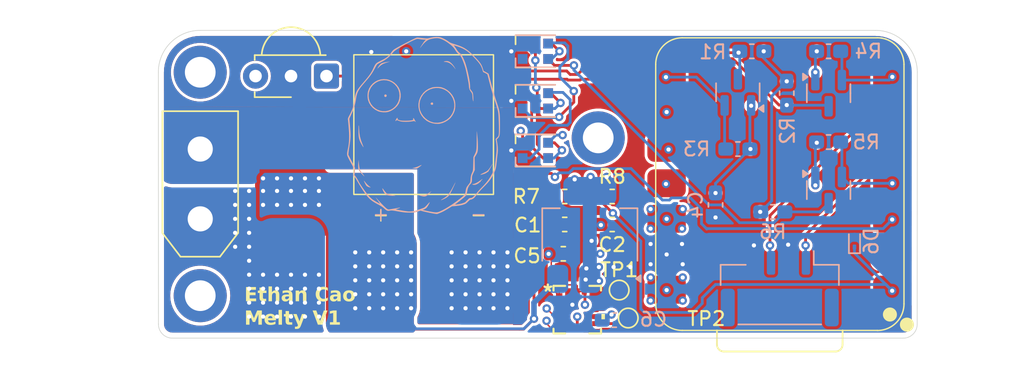
<source format=kicad_pcb>
(kicad_pcb (version 20240108) (generator "pcbnew") (generator_version "8.0")
  (layers (0 "F.Cu" signal) (1 "In1.Cu" power) (2 "In2.Cu" power) (3 "In3.Cu" power) (4 "In4.Cu" power) (31 "B.Cu" signal) (34 "B.Paste" user) (35 "F.Paste" user) (36 "B.SilkS" user "B.Silkscreen") (37 "F.SilkS" user "F.Silkscreen") (38 "B.Mask" user) (39 "F.Mask" user) (44 "Edge.Cuts" user))
  (net 0 "")
  (net 1 "GND")
  (net 2 "+BATT")
  (net 3 "+5V")
  (net 4 "+3V3")
  (net 5 "Net-(D1-DIN)")
  (net 6 "Net-(D1-DOUT)")
  (net 7 "Net-(D2-DOUT)")
  (net 8 "Net-(D3-DOUT)")
  (net 9 "Net-(D4-DOUT)")
  (net 10 "/VSense")
  (net 11 "/ESC2")
  (net 12 "/ESC1")
  (net 13 "/RX")
  (net 14 "Net-(Q1-D)")
  (net 15 "/TX")
  (net 16 "Net-(Q2-D)")
  (net 17 "/LED")
  (net 18 "/SCK")
  (net 19 "/MOSI")
  (net 21 "/IR")
  (net 22 "/MISO")
  (net 23 "/INT2")
  (net 25 "/INT1")
  (net 27 "Net-(J4-Pin_1)")
  (net 28 "Net-(D5-DOUT)")
  (footprint "TestPoint:TestPoint_Pad_D1.0mm" (layer "F.Cu") (at 183 68.1)
    (property "Reference" "TP1")
    (property "Value" "TestPoint")
  )
  (footprint "Library:QFN_31DLTR_STM" (layer "F.Cu") (at 180 69.5)
    (property "Reference" "U2" (hide yes))
    (property "Value" "H3LIS331DLTR")
  )
  (footprint "Capacitor_SMD:C_0603_1608Metric_Pad1.08x0.95mm_HandSolder" (layer "F.Cu") (at 182.5 63.4)
    (property "Reference" "C2")
    (property "Value" "2.2uF")
  )
  (footprint "TestPoint:TestPoint_Pad_D1.0mm" (layer "F.Cu") (at 183.65 70.1)
    (property "Reference" "TP2")
    (property "Value" "TestPoint")
  )
  (footprint "Library:BetaFPV ELRS Lite" (layer "F.Cu") (at 170.25 57 180)
    (property "Reference" "U4" (hide yes))
    (property "Value" "ELRS")
  )
  (footprint "MountingHole:MountingHole_2.2mm_M2_DIN965_Pad" (layer "F.Cu") (at 153 52.5)
    (property "Reference" "REF**" (hide yes))
    (property "Value" "MountingHole_2.2mm_M2_DIN965_Pad")
  )
  (footprint "Library:PowerPADS" (layer "F.Cu") (at 169.5 59.025)
    (property "Reference" "J3" (hide yes))
    (property "Value" "ESC Power")
  )
  (footprint "MountingHole:MountingHole_2.2mm_M2_DIN965_Pad" (layer "F.Cu") (at 181.5 57.2)
    (property "Reference" "REF**" (hide yes))
    (property "Value" "MountingHole_2.2mm_M2_DIN965_Pad")
  )
  (footprint "LED_SMD:LED_WS2812B-2020_PLCC4_2.0x2.0mm" (layer "F.Cu") (at 177 54.55)
    (property "Reference" "D2" (hide yes))
    (property "Value" "WS2812B-2020")
  )
  (footprint "Capacitor_SMD:C_0603_1608Metric_Pad1.08x0.95mm_HandSolder" (layer "F.Cu") (at 179 65.5)
    (property "Reference" "C5")
    (property "Value" "0.1uF")
  )
  (footprint "LED_SMD:LED_WS2812B-2020_PLCC4_2.0x2.0mm" (layer "F.Cu") (at 177 58.1)
    (property "Reference" "D3" (hide yes))
    (property "Value" "WS2812B-2020")
  )
  (footprint "MountingHole:MountingHole_2.2mm_M2_DIN965_Pad" (layer "F.Cu") (at 153 68.5)
    (property "Reference" "REF**" (hide yes))
    (property "Value" "MountingHole_2.2mm_M2_DIN965_Pad")
  )
  (footprint "Capacitor_SMD:C_0603_1608Metric_Pad1.08x0.95mm_HandSolder" (layer "F.Cu") (at 179.1 63.4)
    (property "Reference" "C1")
    (property "Value" "1uF")
  )
  (footprint "OptoDevice:Vishay_MINICAST-3Pin" (layer "F.Cu") (at 162.04 52.775 180)
    (property "Reference" "U5" (hide yes))
    (property "Value" "TSSP58038")
  )
  (footprint "Capacitor_SMD:C_0603_1608Metric_Pad1.08x0.95mm_HandSolder" (layer "F.Cu") (at 182.5 61.4)
    (property "Reference" "R8")
    (property "Value" "10k")
  )
  (footprint "Library:SwitchPads" (layer "F.Cu") (at 154.925 66.95 90)
    (property "Reference" "J5" (hide yes))
    (property "Value" "Switch" (hide yes))
  )
  (footprint "Connector_AMASS:AMASS_XT30UPB-M_1x02_P5.0mm_Vertical" (layer "F.Cu") (at 153 63 90)
    (property "Reference" "J4" (hide yes))
    (property "Value" "Power In")
  )
  (footprint "Capacitor_SMD:C_0603_1608Metric_Pad1.08x0.95mm_HandSolder" (layer "F.Cu") (at 179.1 61.4)
    (property "Reference" "R7")
    (property "Value" "50k")
  )
  (footprint "Library:XIAO-ESP32S3-SMD" (layer "F.Cu") (at 194.5 60.5 180)
    (property "Reference" "U1" (hide yes))
    (property "Value" "XIAO-ESP32-C3-DIP")
  )
  (footprint "LED_SMD:LED_WS2812B-2020_PLCC4_2.0x2.0mm" (layer "F.Cu") (at 177 51)
    (property "Reference" "D1" (hide yes))
    (property "Value" "WS2812B-2020")
  )
  (footprint "Package_TO_SOT_SMD:SOT-23" (layer "B.Cu") (at 198 60.9375 -90)
    (property "Reference" "Q3" (hide yes))
    (property "Value" "BSS138")
  )
  (footprint "Package_TO_SOT_SMD:SOT-23" (layer "B.Cu") (at 198 54 -90)
    (property "Reference" "Q2" (hide yes))
    (property "Value" "BSS138")
  )
  (footprint "Capacitor_SMD:C_0603_1608Metric_Pad1.08x0.95mm_HandSolder" (layer "B.Cu") (at 192.5 51 180)
    (property "Reference" "R1")
    (property "Value" "10k")
  )
  (footprint "Capacitor_SMD:C_0603_1608Metric_Pad1.08x0.95mm_HandSolder" (layer "B.Cu") (at 189.9 62 -90)
    (property "Reference" "C4")
    (property "Value" "10uF")
  )
  (footprint "Capacitor_SMD:C_0603_1608Metric_Pad1.08x0.95mm_HandSolder" (layer "B.Cu") (at 182.65 70.25)
    (property "Reference" "C6")
    (property "Value" "10uF")
  )
  (footprint "Capacitor_SMD:C_0603_1608Metric_Pad1.08x0.95mm_HandSolder" (layer "B.Cu") (at 198 57.5)
    (property "Reference" "R5")
    (property "Value" "10k")
  )
  (footprint "LED_SMD:LED_WS2812B-2020_PLCC4_2.0x2.0mm" (layer "B.Cu") (at 177 54.55)
    (property "Reference" "D5" (hide yes))
    (property "Value" "WS2812B-2020")
  )
  (footprint "Capacitor_SMD:C_0603_1608Metric_Pad1.08x0.95mm_HandSolder" (layer "B.Cu") (at 194 62.5)
    (property "Reference" "R6")
    (property "Value" "10k")
  )
  (footprint "Capacitor_SMD:C_0603_1608Metric_Pad1.08x0.95mm_HandSolder" (layer "B.Cu") (at 191.5 58 180)
    (property "Reference" "R3")
    (property "Value" "10k")
  )
  (footprint "LOGO" (layer "B.Cu") (at 169 56.3 180)
    (property "Reference" "G***" (hide yes))
    (property "Value" "LOGO" (hide yes))
  )
  (footprint "Package_TO_SOT_SMD:SOT-23" (layer "B.Cu") (at 191.5 53.9375 90)
    (property "Reference" "Q1" (hide yes))
    (property "Value" "BSS138")
  )
  (footprint "LED_SMD:LED_WS2812B-2020_PLCC4_2.0x2.0mm" (layer "B.Cu") (at 177 51)
    (property "Reference" "D7" (hide yes))
    (property "Value" "WS2812B-2020")
  )
  (footprint "Package_TO_SOT_SMD:SOT-223-3_TabPin2" (layer "B.Cu") (at 180.9 64.15 90)
    (property "Reference" "U3" (hide yes))
    (property "Value" "TLV76150DCY")
  )
  (footprint "Diode_SMD:D_SOD-923" (layer "B.Cu") (at 199.85 64.6 90)
    (property "Reference" "D6")
    (property "Value" "ESD9B3.3ST5G")
  )
  (footprint "LED_SMD:LED_WS2812B-2020_PLCC4_2.0x2.0mm" (layer "B.Cu") (at 177 58.1)
    (property "Reference" "D4" (hide yes))
    (property "Value" "WS2812B-2020")
  )
  (footprint "Capacitor_SMD:C_0603_1608Metric_Pad1.08x0.95mm_HandSolder" (layer "B.Cu") (at 198 51)
    (property "Reference" "R4")
    (property "Value" "10k")
  )
  (footprint "Connector_JST:JST_GH_SM04B-GHS-TB_1x04-1MP_P1.25mm_Horizontal" (layer "B.Cu") (at 194.5 68 180)
    (property "Reference" "J1" (hide yes))
    (property "Value" "ESC signal")
  )
  (footprint "Capacitor_SMD:C_0603_1608Metric_Pad1.08x0.95mm_HandSolder" (layer "B.Cu") (at 195 54 -90)
    (property "Reference" "R2")
    (property "Value" "10k")
  )
  (footprint "Library:PowerPADS" (layer "B.Cu") (at 169.5 75.075)
    (property "Reference" "J2" (hide yes))
    (property "Value" "ESC Power")
  )
  (gr_arc (start 201.35 49.5) (mid 203.47132 50.37868) (end 204.35 52.5) (stroke (width 0.05)) (layer "Edge.Cuts"))
  (gr_line (start 204.35 52.5) (end 204.342893 70.542893) (stroke (width 0.05)) (layer "Edge.Cuts"))
  (gr_arc (start 151.007107 71.542893) (mid 150.3 71.25) (end 150.007107 70.542893) (stroke (width 0.05)) (layer "Edge.Cuts"))
  (gr_line (start 153 49.5) (end 201.35 49.5) (stroke (width 0.05)) (layer "Edge.Cuts"))
  (gr_arc (start 150 52.5) (mid 150.87868 50.37868) (end 153 49.5) (stroke (width 0.05)) (layer "Edge.Cuts"))
  (gr_line (start 150.007107 70.542893) (end 150 52.5) (stroke (width 0.05)) (layer "Edge.Cuts"))
  (gr_line (start 151.007107 71.542893) (end 203.342893 71.542893) (stroke (width 0.05)) (layer "Edge.Cuts"))
  (gr_arc (start 204.342893 70.542893) (mid 204.05 71.25) (end 203.342893 71.542893) (stroke (width 0.05)) (layer "Edge.Cuts"))
  (gr_text "Ethan Cao\nMelty V1" (at 156.15 70.75 0) (layer "F.SilkS") (effects (font (size 1 1) (thickness 0.2) (bold yes)) (justify left bottom)))
  (segment (start 175.822498 51.55) (end 176.085 51.55) (width 0.2) (layer "F.Cu") (net 1))
  (segment (start 175.82546 58.65) (end 176.085 58.65) (width 0.2) (layer "F.Cu") (net 1))
  (segment (start 175.27546 58.1) (end 175.82546 58.65) (width 0.2) (layer "F.Cu") (net 1))
  (segment (start 175.82546 55.1) (end 176.085 55.1) (width 0.2) (layer "F.Cu") (net 1))
  (segment (start 175.27546 51.002962) (end 175.822498 51.55) (width 0.2) (layer "F.Cu") (net 1))
  (segment (start 175.27546 54.55) (end 175.82546 55.1) (width 0.2) (layer "F.Cu") (net 1))
  (via (at 175 65.4) (size 0.45) (drill 0.3) (layers "F.Cu" "B.Cu") (net 1))
  (via (at 172 69.4) (size 0.45) (drill 0.3) (layers "F.Cu" "B.Cu") (net 1))
  (via (at 173 66.4) (size 0.45) (drill 0.3) (layers "F.Cu" "B.Cu") (net 1))
  (via (at 174 68.4) (size 0.45) (drill 0.3) (layers "F.Cu" "B.Cu") (net 1))
  (via (at 195.1 64.85) (size 0.6) (drill 0.3) (layers "F.Cu" "B.Cu") (net 1))
  (via (at 175.27546 58.1) (size 0.6) (drill 0.3) (layers "F.Cu" "B.Cu") (net 1))
  (via (at 179.65 69.15) (size 0.6) (drill 0.3) (layers "F.Cu" "B.Cu") (net 1))
  (via (at 171 66.4) (size 0.45) (drill 0.3) (layers "F.Cu" "B.Cu") (net 1))
  (via (at 171 68.4) (size 0.45) (drill 0.3) (layers "F.Cu" "B.Cu") (net 1))
  (via (at 183.8 66.45) (size 0.6) (drill 0.3) (layers "F.Cu" "B.Cu") (net 1))
  (via (at 175 69.4) (size 0.45) (drill 0.3) (layers "F.Cu" "B.Cu") (net 1))
  (via (at 172 67.4) (size 0.45) (drill 0.3) (layers "F.Cu" "B.Cu") (net 1))
  (via (at 182.6 66.45) (size 0.6) (drill 0.3) (layers "F.Cu" "B.Cu") (net 1))
  (via (at 174 65.4) (size 0.45) (drill 0.3) (layers "F.Cu" "B.Cu") (net 1))
  (via (at 186.4 65.55) (size 0.6) (drill 0.3) (layers "F.Cu" "B.Cu") (net 1))
  (via (at 173 68.4) (size 0.45) (drill 0.3) (layers "F.Cu" "B.Cu") (net 1))
  (via (at 175.27546 51.002962) (size 0.6) (drill 0.3) (layers "F.Cu" "B.Cu") (net 1))
  (via (at 171 67.4) (size 0.45) (drill 0.3) (layers "F.Cu" "B.Cu") (net 1))
  (via (at 187.55 66.25) (size 0.6) (drill 0.3) (layers "F.Cu" "B.Cu") (net 1))
  (via (at 185.25 64.8) (size 0.6) (drill 0.3) (layers "F.Cu" "B.Cu") (net 1))
  (via (at 189.9 62.9) (size 0.6) (drill 0.3) (layers "F.Cu" "B.Cu") (net 1))
  (via (at 173 67.4) (size 0.45) (drill 0.3) (layers "F.Cu" "B.Cu") (net 1))
  (via (at 173 69.4) (size 0.45) (drill 0.3) (layers "F.Cu" "B.Cu") (net 1))
  (via (at 187.5 64.8) (size 0.6) (drill 0.3) (layers "F.Cu" "B.Cu") (net 1))
  (via (at 174 66.4) (size 0.45) (drill 0.3) (layers "F.Cu" "B.Cu") (net 1))
  (via (at 165.25 51.05) (size 0.6) (drill 0.3) (layers "F.Cu" "B.Cu") (net 1))
  (via (at 185.25 66.25) (size 0.6) (drill 0.3) (layers "F.Cu" "B.Cu") (net 1))
  (via (at 172 66.4) (size 0.45) (drill 0.3) (layers "F.Cu" "B.Cu") (net 1))
  (via (at 174 67.4) (size 0.45) (drill 0.3) (layers "F.Cu" "B.Cu") (net 1))
  (via (at 173 65.4) (size 0.45) (drill 0.3) (layers "F.Cu" "B.Cu") (net 1))
  (via (at 175 67.4) (size 0.45) (drill 0.3) (layers "F.Cu" "B.Cu") (net 1))
  (via (at 175 66.4) (size 0.45) (drill 0.3) (layers "F.Cu" "B.Cu") (net 1))
  (via (at 192.65 64.9) (size 0.6) (drill 0.3) (layers "F.Cu" "B.Cu") (net 1))
  (via (at 171 69.4) (size 0.45) (drill 0.3) (layers "F.Cu" "B.Cu") (net 1))
  (via (at 175.27546 54.55) (size 0.6) (drill 0.3) (layers "F.Cu" "B.Cu") (net 1))
  (via (at 172 68.4) (size 0.45) (drill 0.3) (layers "F.Cu" "B.Cu") (net 1))
  (via (at 172 65.4) (size 0.45) (drill 0.3) (layers "F.Cu" "B.Cu") (net 1))
  (via (at 171 65.4) (size 0.45) (drill 0.3) (layers "F.Cu" "B.Cu") (net 1))
  (via (at 175 68.4) (size 0.45) (drill 0.3) (layers "F.Cu" "B.Cu") (net 1))
  (via (at 174 69.4) (size 0.45) (drill 0.3) (layers "F.Cu" "B.Cu") (net 1))
  (segment (start 175.828422 50.45) (end 176.085 50.45) (width 0.2) (layer "B.Cu") (net 1))
  (segment (start 175.82546 57.55) (end 176.085 57.55) (width 0.2) (layer "B.Cu") (net 1))
  (segment (start 175.82546 54) (end 176.085 54) (width 0.2) (layer "B.Cu") (net 1))
  (segment (start 183.5125 70.25) (end 183.5125 67.6125) (width 0.2) (layer "B.Cu") (net 1))
  (segment (start 175.27546 58.1) (end 175.82546 57.55) (width 0.2) (layer "B.Cu") (net 1))
  (segment (start 183.5125 67.6125) (end 183.2 67.3) (width 0.2) (layer "B.Cu") (net 1))
  (segment (start 175.27546 54.55) (end 175.82546 54) (width 0.2) (layer "B.Cu") (net 1))
  (segment (start 175.27546 51.002962) (end 175.828422 50.45) (width 0.2) (layer "B.Cu") (net 1))
  (segment (start 178.2375 63.4) (end 178.2375 61.4) (width 0.2) (layer "F.Cu") (net 2))
  (segment (start 176.9 64.7375) (end 176.9 70.15) (width 0.2) (layer "F.Cu") (net 2))
  (segment (start 167.4 70.9) (end 166.35 70.9) (width 0.2) (layer "F.Cu") (net 2))
  (segment (start 175.85 70.9) (end 167.4 70.9) (width 0.2) (layer "F.Cu") (net 2))
  (segment (start 176.9 70.15) (end 176.15 70.9) (width 0.2) (layer "F.Cu") (net 2))
  (segment (start 166.35 70.9) (end 166.2 70.75) (width 0.2) (layer "F.Cu") (net 2))
  (segment (start 176.15 70.9) (end 175.85 70.9) (width 0.2) (layer "F.Cu") (net 2))
  (segment (start 178.2375 63.4) (end 176.9 64.7375) (width 0.2) (layer "F.Cu") (net 2))
  (via (at 166.1 68.4) (size 0.45) (drill 0.3) (layers "F.Cu" "B.Cu") (net 2))
  (via (at 166.1 66.4) (size 0.45) (drill 0.3) (layers "F.Cu" "B.Cu") (net 2))
  (via (at 168.1 67.4) (size 0.45) (drill 0.3) (layers "F.Cu" "B.Cu") (net 2))
  (via (at 168.1 66.4) (size 0.45) (drill 0.3) (layers "F.Cu" "B.Cu") (net 2))
  (via (at 168.1 69.4) (size 0.45) (drill 0.3) (layers "F.Cu" "B.Cu") (net 2))
  (via (at 160.5 62) (size 0.45) (drill 0.3) (layers "F.Cu" "B.Cu") (net 2))
  (via (at 161.5 60.1) (size 0.45) (drill 0.3) (layers "F.Cu" "B.Cu") (net 2))
  (via (at 161.5 62) (size 0.45) (drill 0.3) (layers "F.Cu" "B.Cu") (net 2))
  (via (at 165.1 67.4) (size 0.45) (drill 0.3) (layers "F.Cu" "B.Cu") (net 2))
  (via (at 168.1 65.4) (size 0.45) (drill 0.3) (layers "F.Cu" "B.Cu") (net 2))
  (via (at 160.5 60.1) (size 0.45) (drill 0.3) (layers "F.Cu" "B.Cu") (net 2))
  (via (at 159.5 60.1) (size 0.45) (drill 0.3) (layers "F.Cu" "B.Cu") (net 2))
  (via (at 164.1 66.4) (size 0.45) (drill 0.3) (layers "F.Cu" "B.Cu") (net 2))
  (via (at 165.1 68.4) (size 0.45) (drill 0.3) (layers "F.Cu" "B.Cu") (net 2))
  (via (at 157.5 61) (size 0.45) (drill 0.3) (layers "F.Cu" "B.Cu") (net 2))
  (via (at 160.5 61) (size 0.45) (drill 0.3) (layers "F.Cu" "B.Cu") (net 2))
  (via (at 166.1 69.4) (size 0.45) (drill 0.3) (layers "F.Cu" "B.Cu") (net 2))
  (via (at 157.5 60.1) (size 0.45) (drill 0.3) (layers "F.Cu" "B.Cu") (net 2))
  (via (at 167.1 68.4) (size 0.45) (drill 0.3) (layers "F.Cu" "B.Cu") (net 2))
  (via (at 157.5 62) (size 0.45) (drill 0.3) (layers "F.Cu" "B.Cu") (net 2))
  (via (at 165.1 69.4) (size 0.45) (drill 0.3) (layers "F.Cu" "B.Cu") (net 2))
  (via (at 167.1 65.4) (size 0.45) (drill 0.3) (layers "F.Cu" "B.Cu") (net 2))
  (via (at 168.1 68.4) (size 0.45) (drill 0.3) (layers "F.Cu" "B.Cu") (net 2))
  (via (at 166.1 65.4) (size 0.45) (drill 0.3) (layers "F.Cu" "B.Cu") (net 2))
  (via (at 159.5 62) (size 0.45) (drill 0.3) (layers "F.Cu" "B.Cu") (net 2))
  (via (at 167.1 67.4) (size 0.45) (drill 0.3) (layers "F.Cu" "B.Cu") (net 2))
  (via (at 164.1 65.4) (size 0.45) (drill 0.3) (layers "F.Cu" "B.Cu") (net 2))
  (via (at 166.1 67.4) (size 0.45) (drill 0.3) (layers "F.Cu" "B.Cu") (net 2))
  (via (at 164.1 67.4) (size 0.45) (drill 0.3) (layers "F.Cu" "B.Cu") (net 2))
  (via (at 176.9 70.15) (size 0.6) (drill 0.3) (layers "F.Cu" "B.Cu") (net 2))
  (via (at 165.1 66.4) (size 0.45) (drill 0.3) (layers "F.Cu" "B.Cu") (net 2))
  (via (at 158.5 62) (size 0.45) (drill 0.3) (layers "F.Cu" "B.Cu") (net 2))
  (via (at 164.1 69.4) (size 0.45) (drill 0.3) (layers "F.Cu" "B.Cu") (net 2))
  (via (at 158.5 61) (size 0.45) (drill 0.3) (layers "F.Cu" "B.Cu") (net 2))
  (via (at 159.5 61) (size 0.45) (drill 0.3) (layers "F.Cu" "B.Cu") (net 2))
  (via (at 165.1 65.4) (size 0.45) (drill 0.3) (layers "F.Cu" "B.Cu") (net 2))
  (via (at 158.5 60.1) (size 0.45) (drill 0.3) (layers "F.Cu" "B.Cu") (net 2))
  (via (at 167.1 69.4) (size 0.45) (drill 0.3) (layers "F.Cu" "B.Cu") (net 2))
  (via (at 164.1 68.4) (size 0.45) (drill 0.3) (layers "F.Cu" "B.Cu") (net 2))
  (via (at 161.5 61) (size 0.45) (drill 0.3) (layers "F.Cu" "B.Cu") (net 2))
  (via (at 167.1 66.4) (size 0.45) (drill 0.3) (layers "F.Cu" "B.Cu") (net 2))
  (segment (start 176.9 69) (end 176.9 70.15) (width 0.4) (layer "B.Cu") (net 2))
  (segment (start 176.9 70.15) (end 176.175 70.875) (width 0.2) (layer "B.Cu") (net 2))
  (segment (start 166.175 70.875) (end 166 70.7) (width 0.2) (layer "B.Cu") (net 2))
  (segment (start 176.175 70.875) (end 166.175 70.875) (width 0.2) (layer "B.Cu") (net 2))
  (segment (start 178.6 67.3) (end 176.9 69) (width 0.4) (layer "B.Cu") (net 2))
  (segment (start 178.1 54) (end 177.915 54) (width 0.2) (layer "F.Cu") (net 3))
  (segment (start 178.363806 57.55) (end 178.9 58.086194) (width 0.2) (layer "F.Cu") (net 3))
  (segment (start 178.72454 50.997038) (end 178.177502 50.45) (width 0.2) (layer "F.Cu") (net 3))
  (segment (start 178.177502 50.45) (end 177.915 50.45) (width 0.2) (layer "F.Cu") (net 3))
  (segment (start 178.8 54.7) (end 178.1 54) (width 0.2) (layer "F.Cu") (net 3))
  (segment (start 177.915 57.55) (end 178.363806 57.55) (width 0.2) (layer "F.Cu") (net 3))
  (via (at 181.55 67.45) (size 0.6) (drill 0.3) (layers "F.Cu" "B.Cu") (net 3))
  (via (at 181.65 65.5) (size 0.6) (drill 0.3) (layers "F.Cu" "B.Cu") (net 3))
  (via (at 181.55 66.45) (size 0.6) (drill 0.3) (layers "F.Cu" "B.Cu") (net 3))
  (via (at 167.75 51) (size 0.6) (drill 0.3) (layers "F.Cu" "B.Cu") (net 3))
  (via (at 180.95 60) (size 0.6) (drill 0.3) (layers "F.Cu" "B.Cu") (net 3))
  (via (at 182.1 60) (size 0.6) (drill 0.3) (layers "F.Cu" "B.Cu") (net 3))
  (via (at 193.1 62.5) (size 0.6) (drill 0.3) (layers "F.Cu" "B.Cu") (net 3))
  (via (at 180.6 67.35) (size 0.6) (drill 0.3) (layers "F.Cu" "B.Cu") (net 3))
  (via (at 195 53.15) (size 0.6) (drill 0.3) (layers "F.Cu" "B.Cu") (net 3))
  (via (at 187.55 67.2) (size 0.6) (drill 0.3) (layers "F.Cu" "B.Cu") (net 3))
  (via (at 178.9 58.086194) (size 0.6) (drill 0.3) (layers "F.Cu" "B.Cu") (net 3))
  (via (at 185.25 68.85) (size 0.6) (drill 0.3) (layers "F.Cu" "B.Cu") (net 3))
  (via (at 185.25 67.2) (size 0.6) (drill 0.3) (layers "F.Cu" "B.Cu") (net 3))
  (via (at 178.72454 50.997038) (size 0.6) (drill 0.3) (layers "F.Cu" "B.Cu") (net 3))
  (via (at 193.35 51) (size 0.6) (drill 0.3) (layers "F.Cu" "B.Cu") (net 3))
  (via (at 181.025 64.575) (size 0.6) (drill 0.3) (layers "F.Cu" "B.Cu") (net 3))
  (via (at 178.8 54.7) (size 0.6) (drill 0.3) (layers "F.Cu" "B.Cu") (net 3))
  (via (at 180.65 66.55) (size 0.6) (drill 0.3) (layers "F.Cu" "B.Cu") (net 3))
  (via (at 179.812932 60.17167) (size 0.6) (drill 0.3) (layers "F.Cu" "B.Cu") (net 3))
  (via (at 181.692463 63.442463) (size 0.6) (drill 0.3) (layers "F.Cu" "B.Cu") (net 3))
  (via (at 186.4 68.1) (size 0.6) (drill 0.3) (layers "F.Cu" "B.Cu") (net 3))
  (via (at 187.55 68.85) (size 0.6) (drill 0.3) (layers "F.Cu" "B.Cu") (net 3))
  (segment (start 193.921814 54.215686) (end 194.9875 53.15) (width 0.2) (layer "B.Cu") (net 3))
  (segment (start 178.4 55.1) (end 177.915 55.1) (width 0.2) (layer "B.Cu") (net 3))
  (segment (start 178.8 54.7) (end 178.4 55.1) (width 0.2) (layer "B.Cu") (net 3))
  (segment (start 195 53.1375) (end 193.3625 51.5) (width 0.2) (layer "B.Cu") (net 3))
  (segment (start 178.336194 58.65) (end 178.9 58.086194) (width 0.2) (layer "B.Cu") (net 3))
  (segment (start 193.3625 51.5) (end 193.35 51) (width 0.2) (layer "B.Cu") (net 3))
  (segment (start 193.1 62.5375) (end 193.921814 61.715686) (width 0.2) (layer "B.Cu") (net 3))
  (segment (start 193.921814 61.715686) (end 193.921814 54.215686) (width 0.2) (layer "B.Cu") (net 3))
  (segment (start 193.1 62.5) (end 193.1 62.5375) (width 0.2) (layer "B.Cu") (net 3))
  (segment (start 181.025 64.575) (end 180.9 64.45) (width 0.4) (layer "B.Cu") (net 3))
  (segment (start 180.9 64.45) (end 180.9 61) (width 1) (layer "B.Cu") (net 3))
  (segment (start 193.35 51) (end 193.3625 51) (width 0.2) (layer "B.Cu") (net 3))
  (segment (start 178.171578 51.55) (end 177.915 51.55) (width 0.2) (layer "B.Cu") (net 3))
  (segment (start 178.72454 50.997038) (end 178.171578 51.55) (width 0.2) (layer "B.Cu") (net 3))
  (segment (start 193.1375 62.5) (end 193.1375 62.5) (width 0.2) (layer "B.Cu") (net 3))
  (segment (start 177.915 58.65) (end 178.336194 58.65) (width 0.2) (layer "B.Cu") (net 3))
  (segment (start 181.025 64.575) (end 180.9 64.7) (width 0.4) (layer "B.Cu") (net 3))
  (segment (start 195 53.15) (end 195 53.1375) (width 0.2) (layer "B.Cu") (net 3))
  (segment (start 193.1375 62.5) (end 193.1 62.5) (width 0.2) (layer "B.Cu") (net 3))
  (segment (start 195 53.1375) (end 195 53.1375) (width 0.2) (layer "B.Cu") (net 3))
  (segment (start 194.9875 53.15) (end 195 53.15) (width 0.2) (layer "B.Cu") (net 3))
  (segment (start 180.9 64.7) (end 180.9 67.3) (width 1) (layer "B.Cu") (net 3))
  (segment (start 179.072074 67.726) (end 179.65 67.726) (width 0.1) (layer "F.Cu") (net 4))
  (segment (start 178.1375 65.5) (end 178.1375 67.932648) (width 0.1) (layer "F.Cu") (net 4))
  (segment (start 180 67.798326) (end 180 68.2046) (width 0.1) (layer "F.Cu") (net 4))
  (segment (start 178.7046 68.093474) (end 179.072074 67.726) (width 0.1) (layer "F.Cu") (net 4))
  (segment (start 180.55 68.254474) (end 180.500126 68.2046) (width 0.2) (layer "F.Cu") (net 4))
  (segment (start 179.927674 67.726) (end 180 67.798326) (width 0.1) (layer "F.Cu") (net 4))
  (segment (start 180.55 69.15) (end 180.55 68.254474) (width 0.2) (layer "F.Cu") (net 4))
  (segment (start 178.1375 67.932648) (end 178.7046 68.499748) (width 0.1) (layer "F.Cu") (net 4))
  (segment (start 180.500126 68.2046) (end 180 68.2046) (width 0.1) (layer "F.Cu") (net 4))
  (segment (start 180.632778 68.071948) (end 180.500126 68.2046) (width 0.1) (layer "F.Cu") (net 4))
  (segment (start 179.65 67.726) (end 179.927674 67.726) (width 0.1) (layer "F.Cu") (net 4))
  (segment (start 178.7046 68.499748) (end 178.7046 68.093474) (width 0.1) (layer "F.Cu") (net 4))
  (via (at 197.05 60.6) (size 0.6) (drill 0.3) (layers "F.Cu" "B.Cu") (net 4))
  (via (at 185.25 62.3) (size 0.6) (drill 0.3) (layers "F.Cu" "B.Cu") (net 4))
  (via (at 192.45 54.9) (size 0.6) (drill 0.3) (layers "F.Cu" "B.Cu") (net 4))
  (via (at 182.453399 69.850252) (size 0.6) (drill 0.3) (layers "F.Cu" "B.Cu") (net 4))
  (via (at 197.15 57.55) (size 0.6) (drill 0.3) (layers "F.Cu" "B.Cu") (net 4))
  (via (at 177.95 65.50962) (size 0.6) (drill 0.3) (layers "F.Cu" "B.Cu") (net 4))
  (via (at 197.15 51) (size 0.6) (drill 0.3) (layers "F.Cu" "B.Cu") (net 4))
  (via (at 180.55 69.15) (size 0.6) (drill 0.3) (layers "F.Cu" "B.Cu") (net 4))
  (via (at 189.9 61.15) (size 0.6) (drill 0.3) (layers "F.Cu" "B.Cu") (net 4))
  (via (at 192.4 58) (size 0.6) (drill 0.3) (layers "F.Cu" "B.Cu") (net 4))
  (via (at 185.25 63.7) (size 0.6) (drill 0.3) (layers "F.Cu" "B.Cu") (net 4))
  (via (at 187.55 62.3) (size 0.6) (drill 0.3) (layers "F.Cu" "B.Cu") (net 4))
  (via (at 186.4 63) (size 0.6) (drill 0.3) (layers "F.Cu" "B.Cu") (net 4))
  (via (at 197.05 52.5) (size 0.6) (drill 0.3) (layers "F.Cu" "B.Cu") (net 4))
  (via (at 187.5 63.7) (size 0.6) (drill 0.3) (layers "F.Cu" "B.Cu") (net 4))
  (segment (start 192.4 58) (end 192.4 57.9625) (width 0.2) (layer "B.Cu") (net 4))
  (segment (start 197.15 57.55) (end 197.15 57.4875) (width 0.2) (layer "B.Cu") (net 4))
  (segment (start 197.05 53.0625) (end 197.05 51.0875) (width 0.2) (layer "B.Cu") (net 4))
  (segment (start 197.0875 57.55) (end 197.15 57.55) (width 0.2) (layer "B.Cu") (net 4))
  (segment (start 192.425 54.9) (end 192.45 54.9) (width 0.2) (layer "B.Cu") (net 4))
  (segment (start 197.05 57.5875) (end 197.0875 57.55) (width 0.2) (layer "B.Cu") (net 4))
  (segment (start 197.15 51) (end 197.15 50.9875) (width 0.2) (layer "B.Cu") (net 4))
  (segment (start 189.9 61.1375) (end 189.9 60.4625) (width 0.2) (layer "B.Cu") (net 4))
  (segment (start 197.15 57.4875) (end 197.1375 57.5) (width 0.2) (layer "B.Cu") (net 4))
  (segment (start 192.4 57.9625) (end 192.3625 58) (width 0.2) (layer "B.Cu") (net 4))
  (segment (start 197.1375 57.5) (end 197.1375 57.4125) (width 0.2) (layer "B.Cu") (net 4))
  (segment (start 197.15 50.9875) (end 197.1375 51) (width 0.2) (layer "B.Cu") (net 4))
  (segment (start 197.05 60) (end 197.05 57.5875) (width 0.2) (layer "B.Cu") (net 4))
  (segment (start 192.45 54.875) (end 192.45 54.875) (width 0.2) (layer "B.Cu") (net 4))
  (segment (start 192.45 54.9) (end 192.45 54.875) (width 0.2) (layer "B.Cu") (net 4))
  (segment (start 197.1375 51) (end 197.15 51) (width 0.2) (layer "B.Cu") (net 4))
  (segment (start 192.3625 58) (end 192.3625 54.9625) (width 0.2) (layer "B.Cu") (net 4))
  (segment (start 197.05 51.0875) (end 197.1375 51) (width 0.2) (layer "B.Cu") (net 4))
  (segment (start 192.3625 54.9625) (end 192.425 54.9) (width 0.2) (layer "B.Cu") (net 4))
  (segment (start 197.1375 57.4125) (end 197.05 57.325) (width 0.2) (layer "B.Cu") (net 4))
  (segment (start 192.3625 58) (end 192.4 58) (width 0.2) (layer "B.Cu") (net 4))
  (segment (start 189.9 60.4625) (end 192.3625 58) (width 0.2) (layer "B.Cu") (net 4))
  (segment (start 177.915 51.55) (end 178.37462 52.00962) (width 0.2) (layer "F.Cu") (net 5))
  (segment (start 178.37462 52.00962) (end 179.75962 52.00962) (width 0.2) (layer "F.Cu") (net 5))
  (via (at 179.75962 52.00962) (size 0.6) (drill 0.3) (layers "F.Cu" "B.Cu") (net 5))
  (segment (start 179.75962 52.34835) (end 179.75962 52.00962) (width 0.2) (layer "B.Cu") (net 5))
  (segment (start 197.375 62.5) (end 194.8625 62.5) (width 0.2) (layer "B.Cu") (net 5))
  (segment (start 191.616722 63.275) (end 190.341722 62) (width 0.2) (layer "B.Cu") (net 5))
  (segment (start 198 61.875) (end 197.375 62.5) (width 0.2) (layer "B.Cu") (net 5))
  (segment (start 189.41127 62) (end 179.75962 52.34835) (width 0.2) (layer "B.Cu") (net 5))
  (segment (start 190.341722 62) (end 189.41127 62) (width 0.2) (layer "B.Cu") (net 5))
  (segment (start 194.0875 63.275) (end 191.616722 63.275) (width 0.2) (layer "B.Cu") (net 5))
  (segment (start 194.8625 62.5) (end 194.0875 63.275) (width 0.2) (layer "B.Cu") (net 5))
  (segment (start 177 51.165) (end 177 51.65) (width 0.2) (layer "F.Cu") (net 6))
  (segment (start 176.285 50.45) (end 177 51.165) (width 0.2) (layer "F.Cu") (net 6))
  (segment (start 177.365 55.1) (end 177.915 55.1) (width 0.2) (layer "F.Cu") (net 6))
  (segment (start 176.085 50.45) (end 176.285 50.45) (width 0.2) (layer "F.Cu") (net 6))
  (segment (start 177.067505 53.6) (end 177.135 53.667495) (width 0.2) (layer "F.Cu") (net 6))
  (segment (start 177.135 53.667495) (end 177.135 54.87) (width 0.2) (layer "F.Cu") (net 6))
  (segment (start 177.135 54.87) (end 177.365 55.1) (width 0.2) (layer "F.Cu") (net 6))
  (via (at 177.067505 53.6) (size 0.6) (drill 0.3) (layers "F.Cu" "B.Cu") (net 6))
  (via (at 177 51.65) (size 0.6) (drill 0.3) (layers "F.Cu" "B.Cu") (net 6))
  (segment (start 177.067505 53.6) (end 177 53.532495) (width 0.2) (layer "B.Cu") (net 6))
  (segment (start 177 53.532495) (end 177 51.65) (width 0.2) (layer "B.Cu") (net 6))
  (segment (start 177.55 58.65) (end 177.915 58.65) (width 0.2) (layer "F.Cu") (net 7))
  (segment (start 176.47 54.185) (end 176.735 54.45) (width 0.2) (layer "F.Cu") (net 7))
  (segment (start 176.735 54.45) (end 176.735 57.835) (width 0.2) (layer "F.Cu") (net 7))
  (segment (start 176.735 57.835) (end 177.55 58.65) (width 0.2) (layer "F.Cu") (net 7))
  (segment (start 176.085 54) (end 176.085 54.185) (width 0.2) (layer "F.Cu") (net 7))
  (segment (start 176.085 54.185) (end 176.47 54.185) (width 0.2) (layer "F.Cu") (net 7))
  (segment (start 176.085 56.834998) (end 175.95 56.699998) (width 0.2) (layer "F.Cu") (net 8))
  (segment (start 176.085 57.55) (end 176.085 56.834998) (width 0.2) (layer "F.Cu") (net 8))
  (via (at 175.95 56.699998) (size 0.6) (drill 0.3) (layers "F.Cu" "B.Cu") (net 8))
  (via (at 178.95 57) (size 0.6) (drill 0.3) (layers "F.Cu" "B.Cu") (net 8))
  (segment (start 178.465 57) (end 177.915 57.55) (width 0.2) (layer "B.Cu") (net 8))
  (segment (start 178.95 57) (end 178.465 57) (width 0.2) (layer "B.Cu") (net 8))
  (segment (start 177.265 57.035) (end 178 56.3) (width 0.2) (layer "B.Cu") (net 9))
  (segment (start 179.494365 56.094365) (end 179.494365 54.465372) (width 0.2) (layer "B.Cu") (net 9))
  (segment (start 179.494365 54.465372) (end 178.973069 53.944076) (width 0.2) (layer "B.Cu") (net 9))
  (segment (start 177.970924 53.944076) (end 177.915 54) (width 0.2) (layer "B.Cu") (net 9))
  (segment (start 178 56.3) (end 179.28873 56.3) (width 0.2) (layer "B.Cu") (net 9))
  (segment (start 179.28873 56.3) (end 179.494365 56.094365) (width 0.2) (layer "B.Cu") (net 9))
  (segment (start 178.973069 53.944076) (end 177.970924 53.944076) (width 0.2) (layer "B.Cu") (net 9))
  (segment (start 176.635 58.65) (end 177.265 58.02) (width 0.2) (layer "B.Cu") (net 9))
  (segment (start 177.265 58.02) (end 177.265 57.035) (width 0.2) (layer "B.Cu") (net 9))
  (segment (start 176.085 58.65) (end 176.635 58.65) (width 0.2) (layer "B.Cu") (net 9))
  (segment (start 202.55 68.084364) (end 202.561364 68.073) (width 0.2) (layer "F.Cu") (net 10))
  (segment (start 181.6375 61.4) (end 179.9625 61.4) (width 0.2) (layer "F.Cu") (net 10))
  (segment (start 181.6375 61.6875) (end 182.55 62.6) (width 0.2) (layer "F.Cu") (net 10))
  (segment (start 181.6375 61.4) (end 181.6375 61.6875) (width 0.2) (layer "F.Cu") (net 10))
  (segment (start 202.55 68.15) (end 202.55 68.084364) (width 0.2) (layer "F.Cu") (net 10))
  (via (at 202.55 68.15) (size 0.6) (drill 0.3) (layers "F.Cu" "B.Cu") (net 10))
  (via (at 182.55 62.6) (size 0.6) (drill 0.3) (layers "F.Cu" "B.Cu") (net 10))
  (segment (start 200.5 66.1) (end 199.85 65.45) (width 0.2) (layer "B.Cu") (net 10))
  (segment (start 199.85 65.45) (end 199.85 65.02) (width 0.2) (layer "B.Cu") (net 10))
  (segment (start 202.55 68.15) (end 200.5 66.1) (width 0.2) (layer "B.Cu") (net 10))
  (segment (start 202.1 67.7) (end 202.55 68.15) (width 0.2) (layer "B.Cu") (net 10))
  (segment (start 184.55 64.6) (end 184.55 69.45) (width 0.2) (layer "B.Cu") (net 10))
  (segment (start 182.55 62.6) (end 184.55 64.6) (width 0.2) (layer "B.Cu") (net 10))
  (segment (start 188.95 68.65) (end 189.9 67.7) (width 0.2) (layer "B.Cu") (net 10))
  (segment (start 189.9 67.7) (end 202.1 67.7) (width 0.2) (layer "B.Cu") (net 10))
  (segment (start 184.8 69.7) (end 188.3 69.7) (width 0.2) (layer "B.Cu") (net 10))
  (segment (start 184.55 69.45) (end 184.8 69.7) (width 0.2) (layer "B.Cu") (net 10))
  (segment (start 188.95 69.05) (end 188.95 68.65) (width 0.2) (layer "B.Cu") (net 10))
  (segment (start 188.3 69.7) (end 188.95 69.05) (width 0.2) (layer "B.Cu") (net 10))
  (segment (start 202.561364 55.373) (end 201.186364 55.373) (width 0.2) (layer "F.Cu") (net 11))
  (segment (start 193.8 62.759364) (end 193.8 64.9) (width 0.2) (layer "F.Cu") (net 11))
  (segment (start 201.186364 55.373) (end 193.8 62.759364) (width 0.2) (layer "F.Cu") (net 11))
  (via (at 193.8 64.9) (size 0.6) (drill 0.3) (layers "F.Cu" "B.Cu") (net 11))
  (segment (start 193.8 66.075) (end 193.875 66.15) (width 0.2) (layer "B.Cu") (net 11))
  (segment (start 193.8 64.9) (end 193.8 66.075) (width 0.2) (layer "B.Cu") (net 11))
  (segment (start 202.561364 57.913) (end 202.561364 57.939358) (width 0.2) (layer "F.Cu") (net 12))
  (segment (start 202.561364 57.939358) (end 196.35 64.150722) (width 0.2) (layer "F.Cu") (net 12))
  (segment (start 196.35 64.150722) (end 196.35 64.9) (width 0.2) (layer "F.Cu") (net 12))
  (via (at 196.35 64.9) (size 0.6) (drill 0.3) (layers "F.Cu" "B.Cu") (net 12))
  (segment (start 196.35 66.125) (end 196.375 66.15) (width 0.2) (layer "B.Cu") (net 12))
  (segment (start 196.35 64.9) (end 196.35 66.125) (width 0.2) (layer "B.Cu") (net 12))
  (via (at 186.35 52.85) (size 0.6) (drill 0.3) (layers "F.Cu" "B.Cu") (net 13))
  (segment (start 188.525 52.85) (end 186.35 52.85) (width 0.2) (layer "B.Cu") (net 13))
  (segment (start 190.55 54.875) (end 188.525 52.85) (width 0.2) (layer "B.Cu") (net 13))
  (segment (start 190.55 57.9125) (end 190.6375 58) (width 0.2) (layer "B.Cu") (net 13))
  (segment (start 190.55 54.875) (end 190.55 57.9125) (width 0.2) (layer "B.Cu") (net 13))
  (segment (start 179.490381 52.65962) (end 180.028859 52.65962) (width 0.2) (layer "F.Cu") (net 14))
  (segment (start 172.75 51) (end 174.15962 52.40962) (width 0.2) (layer "F.Cu") (net 14))
  (segment (start 185.050036 51.1) (end 191.55 51.1) (width 0.2) (layer "F.Cu") (net 14))
  (segment (start 183.871177 52.278859) (end 185.050036 51.1) (width 0.2) (layer "F.Cu") (net 14))
  (segment (start 180.40962 52.278859) (end 183.871177 52.278859) (width 0.2) (layer "F.Cu") (net 14))
  (segment (start 174.15962 52.40962) (end 179.240381 52.40962) (width 0.2) (layer "F.Cu") (net 14))
  (segment (start 180.028859 52.65962) (end 180.40962 52.278859) (width 0.2) (layer "F.Cu") (net 14))
  (segment (start 179.240381 52.40962) (end 179.490381 52.65962) (width 0.2) (layer "F.Cu") (net 14))
  (via (at 191.55 51.1) (size 0.6) (drill 0.3) (layers "F.Cu" "B.Cu") (net 14))
  (segment (start 191.6375 51) (end 191.6375 52.8625) (width 0.2) (layer "B.Cu") (net 14))
  (segment (start 191.6375 52.8625) (end 191.5 53) (width 0.2) (layer "B.Cu") (net 14))
  (via (at 202.561364 52.833) (size 0.6) (drill 0.3) (layers "F.Cu" "B.Cu") (net 15))
  (segment (start 198.95 53.0625) (end 198.95 51.0875) (width 0.2) (layer "B.Cu") (net 15))
  (segment (start 202.331864 53.0625) (end 202.561364 52.833) (width 0.2) (layer "B.Cu") (net 15))
  (segment (start 198.95 53.0625) (end 202.331864 53.0625) (width 0.2) (layer "B.Cu") (net 15))
  (segment (start 198.95 51.0875) (end 198.8625 51) (width 0.2) (layer "B.Cu") (net 15))
  (segment (start 194.45 54.85) (end 195 54.85) (width 0.2) (layer "F.Cu") (net 16))
  (segment (start 180.254165 53) (end 183.715722 53) (width 0.2) (layer "F.Cu") (net 16))
  (segment (start 173.490686 52.375) (end 174.115686 53) (width 0.2) (layer "F.Cu") (net 16))
  (segment (start 191.133 51.533) (end 194.45 54.85) (width 0.2) (layer "F.Cu") (net 16))
  (segment (start 183.715722 53) (end 185.182722 51.533) (width 0.2) (layer "F.Cu") (net 16))
  (segment (start 171.625 52.375) (end 173.490686 52.375) (width 0.2) (layer "F.Cu") (net 16))
  (segment (start 174.115686 53) (end 179.265076 53) (width 0.2) (layer "F.Cu") (net 16))
  (segment (start 170.25 51) (end 171.625 52.375) (width 0.2) (layer "F.Cu") (net 16))
  (segment (start 180.194545 53.05962) (end 180.254165 53) (width 0.2) (layer "F.Cu") (net 16))
  (segment (start 179.265076 53) (end 179.324695 53.05962) (width 0.2) (layer "F.Cu") (net 16))
  (segment (start 185.182722 51.533) (end 191.133 51.533) (width 0.2) (layer "F.Cu") (net 16))
  (segment (start 179.324695 53.05962) (end 180.194545 53.05962) (width 0.2) (layer "F.Cu") (net 16))
  (via (at 195 54.85) (size 0.6) (drill 0.3) (layers "F.Cu" "B.Cu") (net 16))
  (segment (start 195 54.8625) (end 197.925 54.8625) (width 0.2) (layer "B.Cu") (net 16))
  (segment (start 197.925 54.8625) (end 198 54.9375) (width 0.2) (layer "B.Cu") (net 16))
  (via (at 202.561364 60.453) (size 0.6) (drill 0.3) (layers "F.Cu" "B.Cu") (net 17))
  (segment (start 198.95 60) (end 198.95 57.5875) (width 0.2) (layer "B.Cu") (net 17))
  (segment (start 198.95 60) (end 199.403 60.453) (width 0.2) (layer "B.Cu") (net 17))
  (segment (start 199.403 60.453) (end 202.561364 60.453) (width 0.2) (layer "B.Cu") (net 17))
  (segment (start 198.95 57.5875) (end 198.8625 57.5) (width 0.2) (layer "B.Cu") (net 17))
  (segment (start 178.390816 70.000126) (end 177.809311 69.418621) (width 0.1) (layer "F.Cu") (net 18))
  (segment (start 186.396364 55.353636) (end 186.4 55.35) (width 0.2) (layer "F.Cu") (net 18))
  (segment (start 178.7046 70.000126) (end 178.390816 70.000126) (width 0.1) (layer "F.Cu") (net 18))
  (segment (start 186.396364 55.373) (end 186.396364 55.353636) (width 0.2) (layer "F.Cu") (net 18))
  (via (at 177.809311 69.418621) (size 0.6) (drill 0.3) (layers "F.Cu" "B.Cu") (net 18))
  (via (at 186.4 55.35) (size 0.6) (drill 0.3) (layers "F.Cu" "B.Cu") (net 18))
  (segment (start 177.8 70.3) (end 177.8 70.502052) (width 0.1) (layer "F.Cu") (net 19))
  (segment (start 186.396364 60.453636) (end 186.35 60.5) (width 0.2) (layer "F.Cu") (net 19))
  (segment (start 177.8 70.502052) (end 178.247948 70.95) (width 0.1) (layer "F.Cu") (net 19))
  (segment (start 179.345274 70.95) (end 179.499874 70.7954) (width 0.1) (layer "F.Cu") (net 19))
  (segment (start 178.247948 70.95) (end 179.345274 70.95) (width 0.1) (layer "F.Cu") (net 19))
  (segment (start 186.396364 60.453) (end 186.396364 60.453636) (width 0.2) (layer "F.Cu") (net 19))
  (via (at 177.8 70.3) (size 0.6) (drill 0.3) (layers "F.Cu" "B.Cu") (net 19))
  (via (at 186.35 60.5) (size 0.6) (drill 0.3) (layers "F.Cu" "B.Cu") (net 19))
  (segment (start 174.35 58.215) (end 175.885 59.75) (width 0.2) (layer "F.Cu") (net 21))
  (segment (start 178.15 59.75) (end 178.4 60) (width 0.2) (layer "F.Cu") (net 21))
  (segment (start 174.35 53.8) (end 174.35 58.215) (width 0.2) (layer "F.Cu") (net 21))
  (segment (start 162.04 52.775) (end 173.325 52.775) (width 0.2) (layer "F.Cu") (net 21))
  (segment (start 175.885 59.75) (end 178.15 59.75) (width 0.2) (layer "F.Cu") (net 21))
  (segment (start 173.325 52.775) (end 174.35 53.8) (width 0.2) (layer "F.Cu") (net 21))
  (via (at 178.4 60) (size 0.6) (drill 0.3) (layers "F.Cu" "B.Cu") (net 21))
  (via (at 202.55 63.05) (size 0.6) (drill 0.3) (layers "F.Cu" "B.Cu") (net 21))
  (segment (start 188.1 61.5) (end 186.75 61.5) (width 0.2) (layer "B.Cu") (net 21))
  (segment (start 188.9 63.35) (end 188.9 62.3) (width 0.2) (layer "B.Cu") (net 21))
  (segment (start 186.75 61.5) (end 186.6 61.65) (width 0.2) (layer "B.Cu") (net 21))
  (segment (start 179.715686 59.4) (end 179.415686 59.7) (width 0.2) (layer "B.Cu") (net 21))
  (segment (start 188.9 62.3) (end 188.1 61.5) (width 0.2) (layer "B.Cu") (net 21))
  (segment (start 179.415686 59.7) (end 178.7 59.7) (width 0.2) (layer "B.Cu") (net 21))
  (segment (start 186.6 61.65) (end 186.1 61.65) (width 0.2) (layer "B.Cu") (net 21))
  (segment (start 183.85 59.4) (end 179.715686 59.4) (width 0.2) (layer "B.Cu") (net 21))
  (segment (start 186.1 61.65) (end 183.85 59.4) (width 0.2) (layer "B.Cu") (net 21))
  (segment (start 201.9 63.7) (end 189.3 63.7) (width 0.2) (layer "B.Cu") (net 21))
  (segment (start 189.3 63.7) (end 189.275 63.725) (width 0.2) (layer "B.Cu") (net 21))
  (segment (start 178.7 59.7) (end 178.4 60) (width 0.2) (layer "B.Cu") (net 21))
  (segment (start 202.55 63.05) (end 201.9 63.7) (width 0.2) (layer "B.Cu") (net 21))
  (segment (start 189.275 63.725) (end 188.9 63.35) (width 0.2) (layer "B.Cu") (net 21))
  (segment (start 180 70) (end 180 70.7954) (width 0.2) (layer "F.Cu") (net 22))
  (segment (start 186.396364 57.913) (end 186.517984 58.03462) (width 0.2) (layer "F.Cu") (net 22))
  (segment (start 186.517984 58.03462) (end 186.53462 58.03462) (width 0.2) (layer "F.Cu") (net 22))
  (via (at 186.53462 58.03462) (size 0.6) (drill 0.3) (layers "F.Cu" "B.Cu") (net 22))
  (via (at 180 70) (size 0.6) (drill 0.3) (layers "F.Cu" "B.Cu") (net 22))
  (segment (start 183.249748 70.500252) (end 183.65 70.1) (width 0.2) (layer "F.Cu") (net 23))
  (segment (start 181.2954 70.500252) (end 183.249748 70.500252) (width 0.2) (layer "F.Cu") (net 23))
  (segment (start 181.884412 69.5) (end 183 68.384412) (width 0.2) (layer "F.Cu") (net 25))
  (segment (start 181.2954 69.5) (end 181.884412 69.5) (width 0.2) (layer "F.Cu") (net 25))
  (segment (start 183 68.384412) (end 183 68.1) (width 0.2) (layer "F.Cu") (net 25))
  (via (at 156.5 62) (size 0.45) (drill 0.3) (layers "F.Cu" "B.Cu") (net 27))
  (via (at 157.5 67) (size 0.45) (drill 0.3) (layers "F.Cu" "B.Cu") (net 27))
  (via (at 155.5 64) (size 0.45) (drill 0.3) (layers "F.Cu" "B.Cu") (net 27))
  (via (at 156.5 66) (size 0.45) (drill 0.3) (layers "F.Cu" "B.Cu") (net 27))
  (via (at 157.5 70) (size 0.45) (drill 0.3) (layers "F.Cu" "B.Cu") (net 27))
  (via (at 155.5 62) (size 0.45) (drill 0.3) (layers "F.Cu" "B.Cu") (net 27))
  (via (at 160.5 69) (size 0.45) (drill 0.3) (layers "F.Cu" "B.Cu") (net 27))
  (via (at 158.5 68) (size 0.45) (drill 0.3) (layers "F.Cu" "B.Cu") (net 27))
  (via (at 156.5 69) (size 0.45) (drill 0.3) (layers "F.Cu" "B.Cu") (net 27))
  (via (at 160.5 68) (size 0.45) (drill 0.3) (layers "F.Cu" "B.Cu") (net 27))
  (via (at 161.5 68) (size 0.45) (drill 0.3) (layers "F.Cu" "B.Cu") (net 27))
  (via (at 160.5 67) (size 0.45) (drill 0.3) (layers "F.Cu" "B.Cu") (net 27))
  (via (at 159.5 70) (size 0.45) (drill 0.3) (layers "F.Cu" "B.Cu") (net 27))
  (via (at 156.5 70) (size 0.45) (drill 0.3) (layers "F.Cu" "B.Cu") (net 27))
  (via (at 157.5 68) (size 0.45) (drill 0.3) (layers "F.Cu" "B.Cu") (net 27))
  (via (at 161.5 67) (size 0.45) (drill 0.3) (layers "F.Cu" "B.Cu") (net 27))
  (via (at 159.5 68) (size 0.45) (drill 0.3) (layers "F.Cu" "B.Cu") (net 27))
  (via (at 156.5 65) (size 0.45) (drill 0.3) (layers "F.Cu" "B.Cu") (net 27))
  (via (at 156.5 64) (size 0.45) (drill 0.3) (layers "F.Cu" "B.Cu") (net 27))
  (via (at 156.5 61) (size 0.45) (drill 0.3) (layers "F.Cu" "B.Cu") (net 27))
  (via (at 158.5 67) (size 0.45) (drill 0.3) (layers "F.Cu" "B.Cu") (net 27))
  (via (at 161.5 70) (size 0.45) (drill 0.3) (layers "F.Cu" "B.Cu") (net 27))
  (via (at 161.5 69) (size 0.45) (drill 0.3) (layers "F.Cu" "B.Cu") (net 27))
  (via (at 160.5 70) (size 0.45) (drill 0.3) (layers "F.Cu" "B.Cu") (net 27))
  (via (at 155.5 63) (size 0.45) (drill 0.3) (layers "F.Cu" "B.Cu") (net 27))
  (via (at 159.5 67) (size 0.45) (drill 0.3) (layers "F.Cu" "B.Cu") (net 27))
  (via (at 159.5 69) (size 0.45) (drill 0.3) (layers "F.Cu" "B.Cu") (net 27))
  (via (at 158.5 70) (size 0.45) (drill 0.3) (layers "F.Cu" "B.Cu") (net 27))
  (via (at 156.5 67) (size 0.45) (drill 0.3) (layers "F.Cu" "B.Cu") (net 27))
  (via (at 156.5 68) (size 0.45) (drill 0.3) (layers "F.Cu" "B.Cu") (net 27))
  (via (at 157.5 69) (size 0.45) (drill 0.3) (layers "F.Cu" "B.Cu") (net 27))
  (via (at 155.5 61) (size 0.45) (drill 0.3) (layers "F.Cu" "B.Cu") (net 27))
  (via (at 158.5 69) (size 0.45) (drill 0.3) (layers "F.Cu" "B.Cu") (net 27))
  (via (at 155.5 65) (size 0.45) (drill 0.3) (layers "F.Cu" "B.Cu") (net 27))
  (via (at 156.5 63) (size 0.45) (drill 0.3) (layers "F.Cu" "B.Cu") (net 27))
  (segment (start 178.7 55.7) (end 179.75 54.65) (width 0.2) (layer "F.Cu") (net 28))
  (segment (start 179.75 54.65) (end 179.75 53.85) (width 0.2) (layer "F.Cu") (net 28))
  (via (at 179.75 53.85) (size 0.6) (drill 0.3) (layers "F.Cu" "B.Cu") (net 28))
  (via (at 178.7 55.7) (size 0.6) (drill 0.3) (layers "F.Cu" "B.Cu") (net 28))
  (segment (start 179.097038 50.397038) (end 177.967962 50.397038) (width 0.2) (layer "B.Cu") (net 28))
  (segment (start 177.967962 50.397038) (end 177.915 50.45) (width 0.2) (layer "B.Cu") (net 28))
  (segment (start 179.32454 51.52546) (end 179.32454 50.62454) (width 0.2) (layer "B.Cu") (net 28))
  (segment (start 176.085 55.1) (end 176.735 55.75) (width 0.2) (layer "B.Cu") (net 28))
  (segment (start 178.65 55.75) (end 178.7 55.7) (width 0.2) (layer "B.Cu") (net 28))
  (segment (start 178.75 52.1) (end 179.32454 51.52546) (width 0.2) (layer "B.Cu") (net 28))
  (segment (start 178.75 52.85) (end 178.75 52.1) (width 0.2) (layer "B.Cu") (net 28))
  (segment (start 179.75 53.85) (end 178.75 52.85) (width 0.2) (layer "B.Cu") (net 28))
  (segment (start 179.32454 50.62454) (end 179.097038 50.397038) (width 0.2) (layer "B.Cu") (net 28))
  (segment (start 176.735 55.75) (end 178.65 55.75) (width 0.2) (layer "B.Cu") (net 28))
  (zone (net 1) (net_name "GND") (layers "F.Cu" "In1.Cu" "In2.Cu" "In3.Cu" "In4.Cu" "B.Cu") (priority 3) (connect_pads yes (clearance 0.25)) (min_thickness 0.25) (fill yes (thermal_gap 0.25) (thermal_bridge_width 0.5) (smoothing fillet) (radius 1))
    (polygon (pts (xy 150 54.95) (xy 175.4 55.05) (xy 175.4 71.5) (xy 168.55 71.45) (xy 168.55 59.45) (xy 157.25 59.45) (xy 157.25 60.5) (xy 150 60.5)))
  )
  (zone (net 27) (net_name "Net-(J4-Pin_1)") (layers "F.Cu" "In1.Cu" "In2.Cu" "In3.Cu" "In4.Cu" "B.Cu") (priority 1) (connect_pads yes (clearance 0.25)) (min_thickness 0.25) (fill yes (thermal_gap 0.25) (thermal_bridge_width 0.5) (smoothing fillet) (radius 1))
    (polygon (pts (xy 150 60.5) (xy 159.5 60.5) (xy 159.5 63) (xy 162 63) (xy 162 71.5) (xy 150 71.5)))
  )
  (zone (net 2) (net_name "+BATT") (layers "F.Cu" "In1.Cu" "In2.Cu" "In3.Cu" "In4.Cu" "B.Cu") (priority 2) (connect_pads yes (clearance 0.25)) (min_thickness 0.25) (fill yes (thermal_gap 0.25) (thermal_bridge_width 0.5) (smoothing fillet) (radius 1))
    (polygon (pts (xy 157.25 64.2) (xy 162 64.2) (xy 162 71.5) (xy 168.55 71.45) (xy 168.55 59.45) (xy 157.25 59.45)))
  )
  (zone (net 1) (net_name "GND") (layers "F.Cu" "In1.Cu" "In4.Cu" "B.Cu") (connect_pads yes (clearance 0.15)) (min_thickness 0.15) (fill yes (thermal_gap 0.25) (thermal_bridge_width 0.5))
    (polygon (pts (xy 150 55) (xy 156 55) (xy 156 55.1) (xy 163.5 55.1) (xy 175.4 55.1) (xy 175.4 71.5) (xy 212 71.5) (xy 212 49.5) (xy 150 49.5)))
  )
)
</source>
